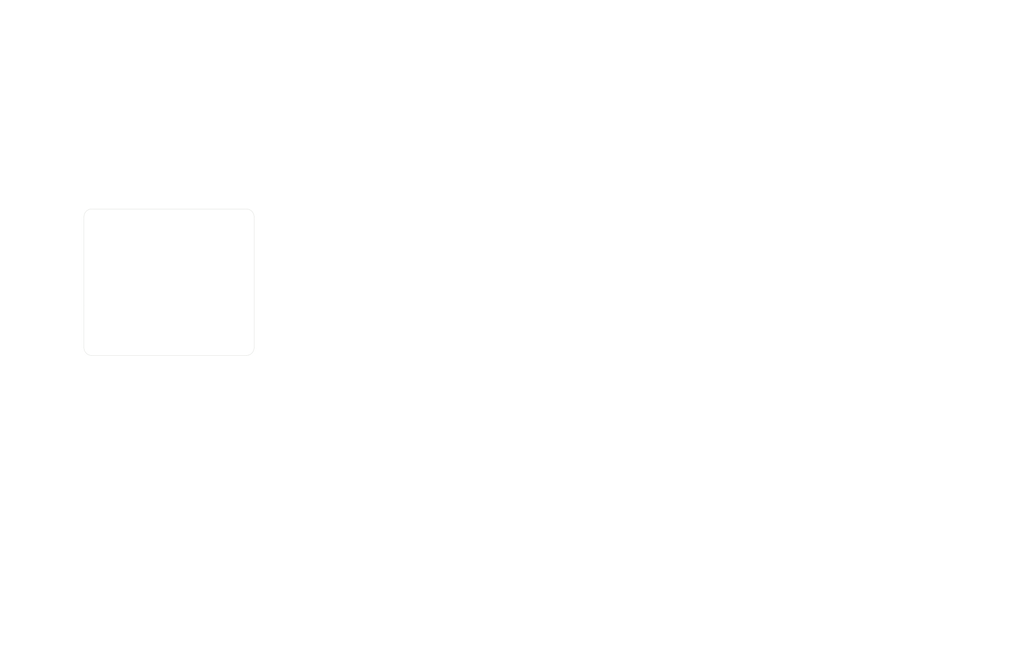
<source format=kicad_pcb>
(kicad_pcb (version 20221018) (generator pcbnew)
  (title_block (title "BLDC Motor Controller") (date "2024-01-06"))
  (layers (0 "F.Cu" signal) (31 "B.Cu" signal) (34 "B.Paste" user) (35 "F.Paste" user) (36 "B.SilkS" user "B.Silkscreen") (37 "F.SilkS" user "F.Silkscreen") (38 "B.Mask" user) (39 "F.Mask" user) (44 "Edge.Cuts" user))
  (net 0 "")
  (footprint "MountingHole:MountingHole_2.7mm_M2.5" (layer "F.Cu") (at 248.36 120.2)
    (fp_text reference "MH2" hide)
    (fp_text value "MountingHole_2.7mm_M2.5" hide)
    (pad "" np_thru_hole circle locked (at 0 0) (size 2.7 2.7) (drill 2.7) (layers "*.Cu" "*.Mask"))
  )
  (footprint "MountingHole:MountingHole_2.7mm_M2.5" (layer "F.Cu") (at 190.36 169.2)
    (fp_text reference "MH3" hide)
    (fp_text value "MountingHole_2.7mm_M2.5" hide)
    (pad "" np_thru_hole circle locked (at 0 0) (size 2.7 2.7) (drill 2.7) (layers "*.Cu" "*.Mask"))
  )
  (footprint "MountingHole:MountingHole_2.7mm_M2.5" (layer "F.Cu") (at 190.36 120.2)
    (fp_text reference "MH1" hide)
    (fp_text value "MountingHole_2.7mm_M2.5" hide)
    (pad "" np_thru_hole circle locked (at 0 0) (size 2.7 2.7) (drill 2.7) (layers "*.Cu" "*.Mask"))
  )
  (footprint "MountingHole:MountingHole_2.7mm_M2.5" (layer "F.Cu") (at 248.36 169.2)
    (fp_text reference "MH4" hide)
    (fp_text value "MountingHole_2.7mm_M2.5" hide)
    (pad "" np_thru_hole circle locked (at 0 0) (size 2.7 2.7) (drill 2.7) (layers "*.Cu" "*.Mask"))
  )
  (gr_arc (start 248.86 116.7) (mid 250.98132 117.57868) (end 251.86 119.7) (stroke (width 0.1)) (layer "Edge.Cuts"))
  (gr_line (start 251.86 169.7) (end 251.86 119.7) (stroke (width 0.1)) (layer "Edge.Cuts"))
  (gr_line (start 186.86 119.7) (end 186.86 153.7) (stroke (width 0.1)) (layer "Edge.Cuts"))
  (gr_arc (start 189.86 172.7) (mid 187.73868 171.82132) (end 186.86 169.7) (stroke (width 0.1)) (layer "Edge.Cuts"))
  (gr_line (start 189.86 172.7) (end 248.86 172.7) (stroke (width 0.1)) (layer "Edge.Cuts"))
  (gr_arc (start 251.86 169.7) (mid 250.98132 171.82132) (end 248.86 172.7) (stroke (width 0.1)) (layer "Edge.Cuts"))
  (gr_arc (start 186.86 119.7) (mid 187.73868 117.57868) (end 189.86 116.7) (stroke (width 0.1)) (layer "Edge.Cuts"))
  (gr_line (start 186.86 153.7) (end 186.86 169.7) (stroke (width 0.1)) (layer "Edge.Cuts"))
  (gr_line (start 248.86 116.7) (end 189.86 116.7) (stroke (width 0.1)) (layer "Edge.Cuts"))
)
</source>
